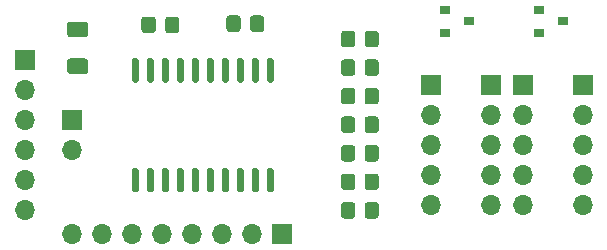
<source format=gbr>
%TF.GenerationSoftware,KiCad,Pcbnew,5.1.10-88a1d61d58~88~ubuntu20.04.1*%
%TF.CreationDate,2021-05-20T12:50:06-04:00*%
%TF.ProjectId,hexdisplay8,68657864-6973-4706-9c61-79382e6b6963,rev?*%
%TF.SameCoordinates,Original*%
%TF.FileFunction,Soldermask,Top*%
%TF.FilePolarity,Negative*%
%FSLAX46Y46*%
G04 Gerber Fmt 4.6, Leading zero omitted, Abs format (unit mm)*
G04 Created by KiCad (PCBNEW 5.1.10-88a1d61d58~88~ubuntu20.04.1) date 2021-05-20 12:50:06*
%MOMM*%
%LPD*%
G01*
G04 APERTURE LIST*
%ADD10R,1.700000X1.700000*%
%ADD11O,1.700000X1.700000*%
%ADD12R,0.900000X0.800000*%
G04 APERTURE END LIST*
%TO.C,C1*%
G36*
G01*
X143350003Y-106462500D02*
X142049997Y-106462500D01*
G75*
G02*
X141800000Y-106212503I0J249997D01*
G01*
X141800000Y-105387497D01*
G75*
G02*
X142049997Y-105137500I249997J0D01*
G01*
X143350003Y-105137500D01*
G75*
G02*
X143600000Y-105387497I0J-249997D01*
G01*
X143600000Y-106212503D01*
G75*
G02*
X143350003Y-106462500I-249997J0D01*
G01*
G37*
G36*
G01*
X143350003Y-103337500D02*
X142049997Y-103337500D01*
G75*
G02*
X141800000Y-103087503I0J249997D01*
G01*
X141800000Y-102262497D01*
G75*
G02*
X142049997Y-102012500I249997J0D01*
G01*
X143350003Y-102012500D01*
G75*
G02*
X143600000Y-102262497I0J-249997D01*
G01*
X143600000Y-103087503D01*
G75*
G02*
X143350003Y-103337500I-249997J0D01*
G01*
G37*
%TD*%
D10*
%TO.C,J3*%
X142220000Y-110360000D03*
D11*
X142220000Y-112900000D03*
%TD*%
D10*
%TO.C,J4*%
X160000000Y-120000000D03*
D11*
X157460000Y-120000000D03*
X154920000Y-120000000D03*
X152380000Y-120000000D03*
X149840000Y-120000000D03*
X147300000Y-120000000D03*
X144760000Y-120000000D03*
X142220000Y-120000000D03*
%TD*%
D10*
%TO.C,J5*%
X138200000Y-105280000D03*
D11*
X138200000Y-107820000D03*
X138200000Y-110360000D03*
X138200000Y-112900000D03*
X138200000Y-115440000D03*
X138200000Y-117980000D03*
%TD*%
D12*
%TO.C,Q1*%
X181800000Y-101050000D03*
X181800000Y-102950000D03*
X183800000Y-102000000D03*
%TD*%
%TO.C,Q2*%
X175800000Y-102000000D03*
X173800000Y-102950000D03*
X173800000Y-101050000D03*
%TD*%
%TO.C,R1*%
G36*
G01*
X168200000Y-103049999D02*
X168200000Y-103950001D01*
G75*
G02*
X167950001Y-104200000I-249999J0D01*
G01*
X167249999Y-104200000D01*
G75*
G02*
X167000000Y-103950001I0J249999D01*
G01*
X167000000Y-103049999D01*
G75*
G02*
X167249999Y-102800000I249999J0D01*
G01*
X167950001Y-102800000D01*
G75*
G02*
X168200000Y-103049999I0J-249999D01*
G01*
G37*
G36*
G01*
X166200000Y-103049999D02*
X166200000Y-103950001D01*
G75*
G02*
X165950001Y-104200000I-249999J0D01*
G01*
X165249999Y-104200000D01*
G75*
G02*
X165000000Y-103950001I0J249999D01*
G01*
X165000000Y-103049999D01*
G75*
G02*
X165249999Y-102800000I249999J0D01*
G01*
X165950001Y-102800000D01*
G75*
G02*
X166200000Y-103049999I0J-249999D01*
G01*
G37*
%TD*%
%TO.C,R2*%
G36*
G01*
X166200000Y-105466665D02*
X166200000Y-106366667D01*
G75*
G02*
X165950001Y-106616666I-249999J0D01*
G01*
X165249999Y-106616666D01*
G75*
G02*
X165000000Y-106366667I0J249999D01*
G01*
X165000000Y-105466665D01*
G75*
G02*
X165249999Y-105216666I249999J0D01*
G01*
X165950001Y-105216666D01*
G75*
G02*
X166200000Y-105466665I0J-249999D01*
G01*
G37*
G36*
G01*
X168200000Y-105466665D02*
X168200000Y-106366667D01*
G75*
G02*
X167950001Y-106616666I-249999J0D01*
G01*
X167249999Y-106616666D01*
G75*
G02*
X167000000Y-106366667I0J249999D01*
G01*
X167000000Y-105466665D01*
G75*
G02*
X167249999Y-105216666I249999J0D01*
G01*
X167950001Y-105216666D01*
G75*
G02*
X168200000Y-105466665I0J-249999D01*
G01*
G37*
%TD*%
%TO.C,R3*%
G36*
G01*
X168200000Y-107883331D02*
X168200000Y-108783333D01*
G75*
G02*
X167950001Y-109033332I-249999J0D01*
G01*
X167249999Y-109033332D01*
G75*
G02*
X167000000Y-108783333I0J249999D01*
G01*
X167000000Y-107883331D01*
G75*
G02*
X167249999Y-107633332I249999J0D01*
G01*
X167950001Y-107633332D01*
G75*
G02*
X168200000Y-107883331I0J-249999D01*
G01*
G37*
G36*
G01*
X166200000Y-107883331D02*
X166200000Y-108783333D01*
G75*
G02*
X165950001Y-109033332I-249999J0D01*
G01*
X165249999Y-109033332D01*
G75*
G02*
X165000000Y-108783333I0J249999D01*
G01*
X165000000Y-107883331D01*
G75*
G02*
X165249999Y-107633332I249999J0D01*
G01*
X165950001Y-107633332D01*
G75*
G02*
X166200000Y-107883331I0J-249999D01*
G01*
G37*
%TD*%
%TO.C,R4*%
G36*
G01*
X166200000Y-110299997D02*
X166200000Y-111199999D01*
G75*
G02*
X165950001Y-111449998I-249999J0D01*
G01*
X165249999Y-111449998D01*
G75*
G02*
X165000000Y-111199999I0J249999D01*
G01*
X165000000Y-110299997D01*
G75*
G02*
X165249999Y-110049998I249999J0D01*
G01*
X165950001Y-110049998D01*
G75*
G02*
X166200000Y-110299997I0J-249999D01*
G01*
G37*
G36*
G01*
X168200000Y-110299997D02*
X168200000Y-111199999D01*
G75*
G02*
X167950001Y-111449998I-249999J0D01*
G01*
X167249999Y-111449998D01*
G75*
G02*
X167000000Y-111199999I0J249999D01*
G01*
X167000000Y-110299997D01*
G75*
G02*
X167249999Y-110049998I249999J0D01*
G01*
X167950001Y-110049998D01*
G75*
G02*
X168200000Y-110299997I0J-249999D01*
G01*
G37*
%TD*%
%TO.C,R5*%
G36*
G01*
X168200000Y-112716663D02*
X168200000Y-113616665D01*
G75*
G02*
X167950001Y-113866664I-249999J0D01*
G01*
X167249999Y-113866664D01*
G75*
G02*
X167000000Y-113616665I0J249999D01*
G01*
X167000000Y-112716663D01*
G75*
G02*
X167249999Y-112466664I249999J0D01*
G01*
X167950001Y-112466664D01*
G75*
G02*
X168200000Y-112716663I0J-249999D01*
G01*
G37*
G36*
G01*
X166200000Y-112716663D02*
X166200000Y-113616665D01*
G75*
G02*
X165950001Y-113866664I-249999J0D01*
G01*
X165249999Y-113866664D01*
G75*
G02*
X165000000Y-113616665I0J249999D01*
G01*
X165000000Y-112716663D01*
G75*
G02*
X165249999Y-112466664I249999J0D01*
G01*
X165950001Y-112466664D01*
G75*
G02*
X166200000Y-112716663I0J-249999D01*
G01*
G37*
%TD*%
%TO.C,R6*%
G36*
G01*
X166200000Y-115133329D02*
X166200000Y-116033331D01*
G75*
G02*
X165950001Y-116283330I-249999J0D01*
G01*
X165249999Y-116283330D01*
G75*
G02*
X165000000Y-116033331I0J249999D01*
G01*
X165000000Y-115133329D01*
G75*
G02*
X165249999Y-114883330I249999J0D01*
G01*
X165950001Y-114883330D01*
G75*
G02*
X166200000Y-115133329I0J-249999D01*
G01*
G37*
G36*
G01*
X168200000Y-115133329D02*
X168200000Y-116033331D01*
G75*
G02*
X167950001Y-116283330I-249999J0D01*
G01*
X167249999Y-116283330D01*
G75*
G02*
X167000000Y-116033331I0J249999D01*
G01*
X167000000Y-115133329D01*
G75*
G02*
X167249999Y-114883330I249999J0D01*
G01*
X167950001Y-114883330D01*
G75*
G02*
X168200000Y-115133329I0J-249999D01*
G01*
G37*
%TD*%
%TO.C,R7*%
G36*
G01*
X168200000Y-117549999D02*
X168200000Y-118450001D01*
G75*
G02*
X167950001Y-118700000I-249999J0D01*
G01*
X167249999Y-118700000D01*
G75*
G02*
X167000000Y-118450001I0J249999D01*
G01*
X167000000Y-117549999D01*
G75*
G02*
X167249999Y-117300000I249999J0D01*
G01*
X167950001Y-117300000D01*
G75*
G02*
X168200000Y-117549999I0J-249999D01*
G01*
G37*
G36*
G01*
X166200000Y-117549999D02*
X166200000Y-118450001D01*
G75*
G02*
X165950001Y-118700000I-249999J0D01*
G01*
X165249999Y-118700000D01*
G75*
G02*
X165000000Y-118450001I0J249999D01*
G01*
X165000000Y-117549999D01*
G75*
G02*
X165249999Y-117300000I249999J0D01*
G01*
X165950001Y-117300000D01*
G75*
G02*
X166200000Y-117549999I0J-249999D01*
G01*
G37*
%TD*%
%TO.C,R8*%
G36*
G01*
X149300000Y-101849999D02*
X149300000Y-102750001D01*
G75*
G02*
X149050001Y-103000000I-249999J0D01*
G01*
X148349999Y-103000000D01*
G75*
G02*
X148100000Y-102750001I0J249999D01*
G01*
X148100000Y-101849999D01*
G75*
G02*
X148349999Y-101600000I249999J0D01*
G01*
X149050001Y-101600000D01*
G75*
G02*
X149300000Y-101849999I0J-249999D01*
G01*
G37*
G36*
G01*
X151300000Y-101849999D02*
X151300000Y-102750001D01*
G75*
G02*
X151050001Y-103000000I-249999J0D01*
G01*
X150349999Y-103000000D01*
G75*
G02*
X150100000Y-102750001I0J249999D01*
G01*
X150100000Y-101849999D01*
G75*
G02*
X150349999Y-101600000I249999J0D01*
G01*
X151050001Y-101600000D01*
G75*
G02*
X151300000Y-101849999I0J-249999D01*
G01*
G37*
%TD*%
%TO.C,R9*%
G36*
G01*
X158500000Y-101749999D02*
X158500000Y-102650001D01*
G75*
G02*
X158250001Y-102900000I-249999J0D01*
G01*
X157549999Y-102900000D01*
G75*
G02*
X157300000Y-102650001I0J249999D01*
G01*
X157300000Y-101749999D01*
G75*
G02*
X157549999Y-101500000I249999J0D01*
G01*
X158250001Y-101500000D01*
G75*
G02*
X158500000Y-101749999I0J-249999D01*
G01*
G37*
G36*
G01*
X156500000Y-101749999D02*
X156500000Y-102650001D01*
G75*
G02*
X156250001Y-102900000I-249999J0D01*
G01*
X155549999Y-102900000D01*
G75*
G02*
X155300000Y-102650001I0J249999D01*
G01*
X155300000Y-101749999D01*
G75*
G02*
X155549999Y-101500000I249999J0D01*
G01*
X156250001Y-101500000D01*
G75*
G02*
X156500000Y-101749999I0J-249999D01*
G01*
G37*
%TD*%
%TO.C,U1*%
G36*
G01*
X147735000Y-116475000D02*
X147435000Y-116475000D01*
G75*
G02*
X147285000Y-116325000I0J150000D01*
G01*
X147285000Y-114575000D01*
G75*
G02*
X147435000Y-114425000I150000J0D01*
G01*
X147735000Y-114425000D01*
G75*
G02*
X147885000Y-114575000I0J-150000D01*
G01*
X147885000Y-116325000D01*
G75*
G02*
X147735000Y-116475000I-150000J0D01*
G01*
G37*
G36*
G01*
X149005000Y-116475000D02*
X148705000Y-116475000D01*
G75*
G02*
X148555000Y-116325000I0J150000D01*
G01*
X148555000Y-114575000D01*
G75*
G02*
X148705000Y-114425000I150000J0D01*
G01*
X149005000Y-114425000D01*
G75*
G02*
X149155000Y-114575000I0J-150000D01*
G01*
X149155000Y-116325000D01*
G75*
G02*
X149005000Y-116475000I-150000J0D01*
G01*
G37*
G36*
G01*
X150275000Y-116475000D02*
X149975000Y-116475000D01*
G75*
G02*
X149825000Y-116325000I0J150000D01*
G01*
X149825000Y-114575000D01*
G75*
G02*
X149975000Y-114425000I150000J0D01*
G01*
X150275000Y-114425000D01*
G75*
G02*
X150425000Y-114575000I0J-150000D01*
G01*
X150425000Y-116325000D01*
G75*
G02*
X150275000Y-116475000I-150000J0D01*
G01*
G37*
G36*
G01*
X151545000Y-116475000D02*
X151245000Y-116475000D01*
G75*
G02*
X151095000Y-116325000I0J150000D01*
G01*
X151095000Y-114575000D01*
G75*
G02*
X151245000Y-114425000I150000J0D01*
G01*
X151545000Y-114425000D01*
G75*
G02*
X151695000Y-114575000I0J-150000D01*
G01*
X151695000Y-116325000D01*
G75*
G02*
X151545000Y-116475000I-150000J0D01*
G01*
G37*
G36*
G01*
X152815000Y-116475000D02*
X152515000Y-116475000D01*
G75*
G02*
X152365000Y-116325000I0J150000D01*
G01*
X152365000Y-114575000D01*
G75*
G02*
X152515000Y-114425000I150000J0D01*
G01*
X152815000Y-114425000D01*
G75*
G02*
X152965000Y-114575000I0J-150000D01*
G01*
X152965000Y-116325000D01*
G75*
G02*
X152815000Y-116475000I-150000J0D01*
G01*
G37*
G36*
G01*
X154085000Y-116475000D02*
X153785000Y-116475000D01*
G75*
G02*
X153635000Y-116325000I0J150000D01*
G01*
X153635000Y-114575000D01*
G75*
G02*
X153785000Y-114425000I150000J0D01*
G01*
X154085000Y-114425000D01*
G75*
G02*
X154235000Y-114575000I0J-150000D01*
G01*
X154235000Y-116325000D01*
G75*
G02*
X154085000Y-116475000I-150000J0D01*
G01*
G37*
G36*
G01*
X155355000Y-116475000D02*
X155055000Y-116475000D01*
G75*
G02*
X154905000Y-116325000I0J150000D01*
G01*
X154905000Y-114575000D01*
G75*
G02*
X155055000Y-114425000I150000J0D01*
G01*
X155355000Y-114425000D01*
G75*
G02*
X155505000Y-114575000I0J-150000D01*
G01*
X155505000Y-116325000D01*
G75*
G02*
X155355000Y-116475000I-150000J0D01*
G01*
G37*
G36*
G01*
X156625000Y-116475000D02*
X156325000Y-116475000D01*
G75*
G02*
X156175000Y-116325000I0J150000D01*
G01*
X156175000Y-114575000D01*
G75*
G02*
X156325000Y-114425000I150000J0D01*
G01*
X156625000Y-114425000D01*
G75*
G02*
X156775000Y-114575000I0J-150000D01*
G01*
X156775000Y-116325000D01*
G75*
G02*
X156625000Y-116475000I-150000J0D01*
G01*
G37*
G36*
G01*
X157895000Y-116475000D02*
X157595000Y-116475000D01*
G75*
G02*
X157445000Y-116325000I0J150000D01*
G01*
X157445000Y-114575000D01*
G75*
G02*
X157595000Y-114425000I150000J0D01*
G01*
X157895000Y-114425000D01*
G75*
G02*
X158045000Y-114575000I0J-150000D01*
G01*
X158045000Y-116325000D01*
G75*
G02*
X157895000Y-116475000I-150000J0D01*
G01*
G37*
G36*
G01*
X159165000Y-116475000D02*
X158865000Y-116475000D01*
G75*
G02*
X158715000Y-116325000I0J150000D01*
G01*
X158715000Y-114575000D01*
G75*
G02*
X158865000Y-114425000I150000J0D01*
G01*
X159165000Y-114425000D01*
G75*
G02*
X159315000Y-114575000I0J-150000D01*
G01*
X159315000Y-116325000D01*
G75*
G02*
X159165000Y-116475000I-150000J0D01*
G01*
G37*
G36*
G01*
X159165000Y-107175000D02*
X158865000Y-107175000D01*
G75*
G02*
X158715000Y-107025000I0J150000D01*
G01*
X158715000Y-105275000D01*
G75*
G02*
X158865000Y-105125000I150000J0D01*
G01*
X159165000Y-105125000D01*
G75*
G02*
X159315000Y-105275000I0J-150000D01*
G01*
X159315000Y-107025000D01*
G75*
G02*
X159165000Y-107175000I-150000J0D01*
G01*
G37*
G36*
G01*
X157895000Y-107175000D02*
X157595000Y-107175000D01*
G75*
G02*
X157445000Y-107025000I0J150000D01*
G01*
X157445000Y-105275000D01*
G75*
G02*
X157595000Y-105125000I150000J0D01*
G01*
X157895000Y-105125000D01*
G75*
G02*
X158045000Y-105275000I0J-150000D01*
G01*
X158045000Y-107025000D01*
G75*
G02*
X157895000Y-107175000I-150000J0D01*
G01*
G37*
G36*
G01*
X156625000Y-107175000D02*
X156325000Y-107175000D01*
G75*
G02*
X156175000Y-107025000I0J150000D01*
G01*
X156175000Y-105275000D01*
G75*
G02*
X156325000Y-105125000I150000J0D01*
G01*
X156625000Y-105125000D01*
G75*
G02*
X156775000Y-105275000I0J-150000D01*
G01*
X156775000Y-107025000D01*
G75*
G02*
X156625000Y-107175000I-150000J0D01*
G01*
G37*
G36*
G01*
X155355000Y-107175000D02*
X155055000Y-107175000D01*
G75*
G02*
X154905000Y-107025000I0J150000D01*
G01*
X154905000Y-105275000D01*
G75*
G02*
X155055000Y-105125000I150000J0D01*
G01*
X155355000Y-105125000D01*
G75*
G02*
X155505000Y-105275000I0J-150000D01*
G01*
X155505000Y-107025000D01*
G75*
G02*
X155355000Y-107175000I-150000J0D01*
G01*
G37*
G36*
G01*
X154085000Y-107175000D02*
X153785000Y-107175000D01*
G75*
G02*
X153635000Y-107025000I0J150000D01*
G01*
X153635000Y-105275000D01*
G75*
G02*
X153785000Y-105125000I150000J0D01*
G01*
X154085000Y-105125000D01*
G75*
G02*
X154235000Y-105275000I0J-150000D01*
G01*
X154235000Y-107025000D01*
G75*
G02*
X154085000Y-107175000I-150000J0D01*
G01*
G37*
G36*
G01*
X152815000Y-107175000D02*
X152515000Y-107175000D01*
G75*
G02*
X152365000Y-107025000I0J150000D01*
G01*
X152365000Y-105275000D01*
G75*
G02*
X152515000Y-105125000I150000J0D01*
G01*
X152815000Y-105125000D01*
G75*
G02*
X152965000Y-105275000I0J-150000D01*
G01*
X152965000Y-107025000D01*
G75*
G02*
X152815000Y-107175000I-150000J0D01*
G01*
G37*
G36*
G01*
X151545000Y-107175000D02*
X151245000Y-107175000D01*
G75*
G02*
X151095000Y-107025000I0J150000D01*
G01*
X151095000Y-105275000D01*
G75*
G02*
X151245000Y-105125000I150000J0D01*
G01*
X151545000Y-105125000D01*
G75*
G02*
X151695000Y-105275000I0J-150000D01*
G01*
X151695000Y-107025000D01*
G75*
G02*
X151545000Y-107175000I-150000J0D01*
G01*
G37*
G36*
G01*
X150275000Y-107175000D02*
X149975000Y-107175000D01*
G75*
G02*
X149825000Y-107025000I0J150000D01*
G01*
X149825000Y-105275000D01*
G75*
G02*
X149975000Y-105125000I150000J0D01*
G01*
X150275000Y-105125000D01*
G75*
G02*
X150425000Y-105275000I0J-150000D01*
G01*
X150425000Y-107025000D01*
G75*
G02*
X150275000Y-107175000I-150000J0D01*
G01*
G37*
G36*
G01*
X149005000Y-107175000D02*
X148705000Y-107175000D01*
G75*
G02*
X148555000Y-107025000I0J150000D01*
G01*
X148555000Y-105275000D01*
G75*
G02*
X148705000Y-105125000I150000J0D01*
G01*
X149005000Y-105125000D01*
G75*
G02*
X149155000Y-105275000I0J-150000D01*
G01*
X149155000Y-107025000D01*
G75*
G02*
X149005000Y-107175000I-150000J0D01*
G01*
G37*
G36*
G01*
X147735000Y-107175000D02*
X147435000Y-107175000D01*
G75*
G02*
X147285000Y-107025000I0J150000D01*
G01*
X147285000Y-105275000D01*
G75*
G02*
X147435000Y-105125000I150000J0D01*
G01*
X147735000Y-105125000D01*
G75*
G02*
X147885000Y-105275000I0J-150000D01*
G01*
X147885000Y-107025000D01*
G75*
G02*
X147735000Y-107175000I-150000J0D01*
G01*
G37*
%TD*%
D10*
%TO.C,J11*%
X172600000Y-107400000D03*
D11*
X172600000Y-109940000D03*
X172600000Y-112480000D03*
X172600000Y-115020000D03*
X172600000Y-117560000D03*
%TD*%
%TO.C,J12*%
X177680000Y-117560000D03*
X177680000Y-115020000D03*
X177680000Y-112480000D03*
X177680000Y-109940000D03*
D10*
X177680000Y-107400000D03*
%TD*%
%TO.C,J21*%
X180400000Y-107400000D03*
D11*
X180400000Y-109940000D03*
X180400000Y-112480000D03*
X180400000Y-115020000D03*
X180400000Y-117560000D03*
%TD*%
%TO.C,J22*%
X185480000Y-117560000D03*
X185480000Y-115020000D03*
X185480000Y-112480000D03*
X185480000Y-109940000D03*
D10*
X185480000Y-107400000D03*
%TD*%
M02*

</source>
